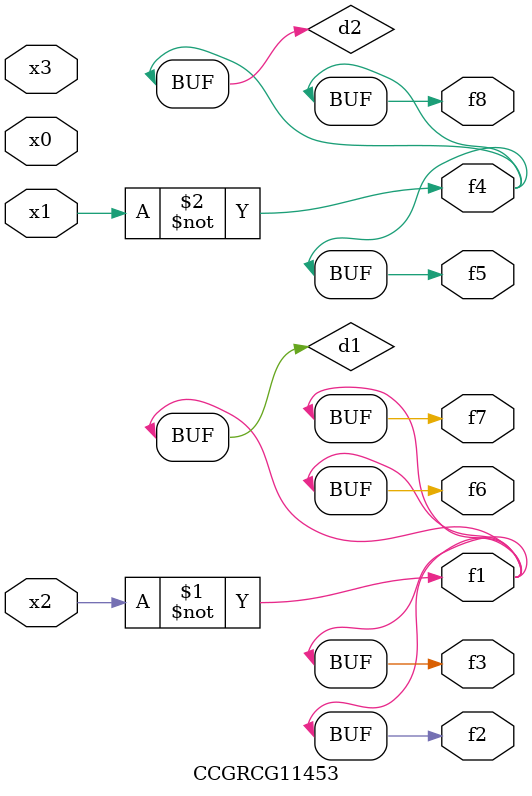
<source format=v>
module CCGRCG11453(
	input x0, x1, x2, x3,
	output f1, f2, f3, f4, f5, f6, f7, f8
);

	wire d1, d2;

	xnor (d1, x2);
	not (d2, x1);
	assign f1 = d1;
	assign f2 = d1;
	assign f3 = d1;
	assign f4 = d2;
	assign f5 = d2;
	assign f6 = d1;
	assign f7 = d1;
	assign f8 = d2;
endmodule

</source>
